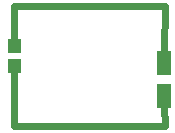
<source format=gbr>
G04 MADE WITH FRITZING*
G04 WWW.FRITZING.ORG*
G04 DOUBLE SIDED*
G04 HOLES PLATED*
G04 CONTOUR ON CENTER OF CONTOUR VECTOR*
%ASAXBY*%
%FSLAX23Y23*%
%MOIN*%
%OFA0B0*%
%SFA1.0B1.0*%
%ADD10R,0.047244X0.078740*%
%ADD11C,0.024000*%
%LNCOPPER1*%
G90*
G70*
G54D10*
X2940Y1051D03*
X2940Y941D03*
G54D11*
X2438Y839D02*
X2440Y1023D01*
D02*
X2940Y907D02*
X2941Y839D01*
D02*
X2941Y839D02*
X2438Y839D01*
D02*
X2941Y1239D02*
X2940Y1085D01*
D02*
X2438Y1239D02*
X2941Y1239D01*
D02*
X2440Y1126D02*
X2438Y1239D01*
G36*
X2418Y1064D02*
X2461Y1064D01*
X2461Y1017D01*
X2418Y1017D01*
X2418Y1064D01*
G37*
D02*
G36*
X2418Y1131D02*
X2461Y1131D01*
X2461Y1084D01*
X2418Y1084D01*
X2418Y1131D01*
G37*
D02*
G04 End of Copper1*
M02*
</source>
